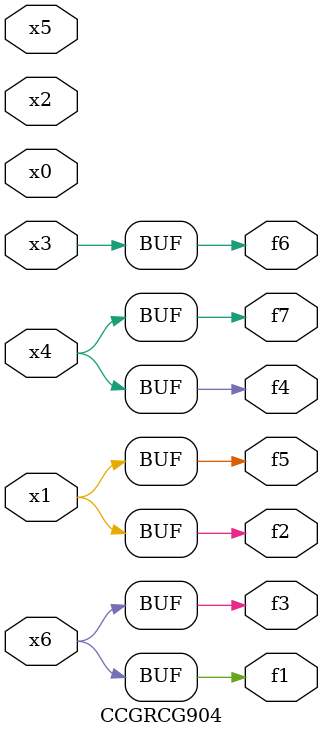
<source format=v>
module CCGRCG904(
	input x0, x1, x2, x3, x4, x5, x6,
	output f1, f2, f3, f4, f5, f6, f7
);
	assign f1 = x6;
	assign f2 = x1;
	assign f3 = x6;
	assign f4 = x4;
	assign f5 = x1;
	assign f6 = x3;
	assign f7 = x4;
endmodule

</source>
